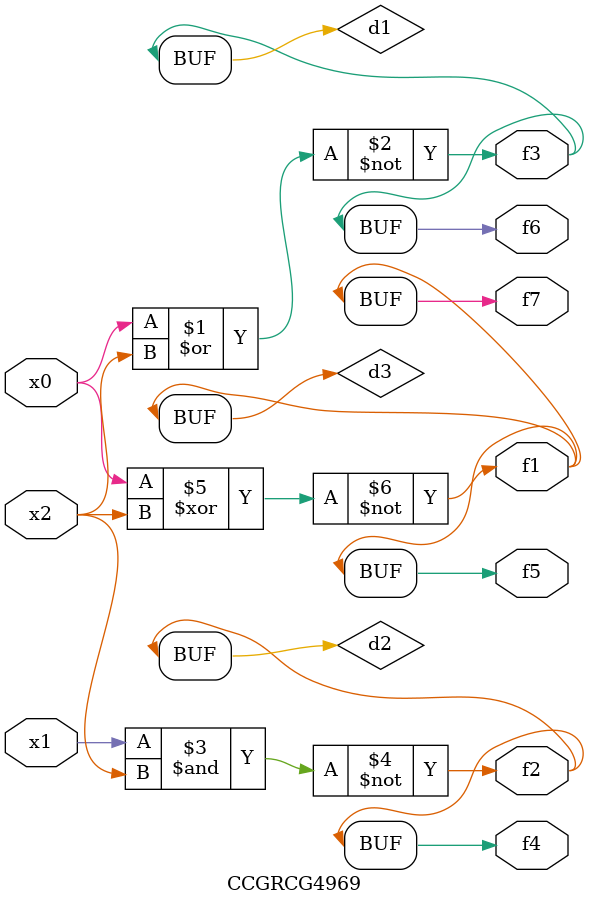
<source format=v>
module CCGRCG4969(
	input x0, x1, x2,
	output f1, f2, f3, f4, f5, f6, f7
);

	wire d1, d2, d3;

	nor (d1, x0, x2);
	nand (d2, x1, x2);
	xnor (d3, x0, x2);
	assign f1 = d3;
	assign f2 = d2;
	assign f3 = d1;
	assign f4 = d2;
	assign f5 = d3;
	assign f6 = d1;
	assign f7 = d3;
endmodule

</source>
